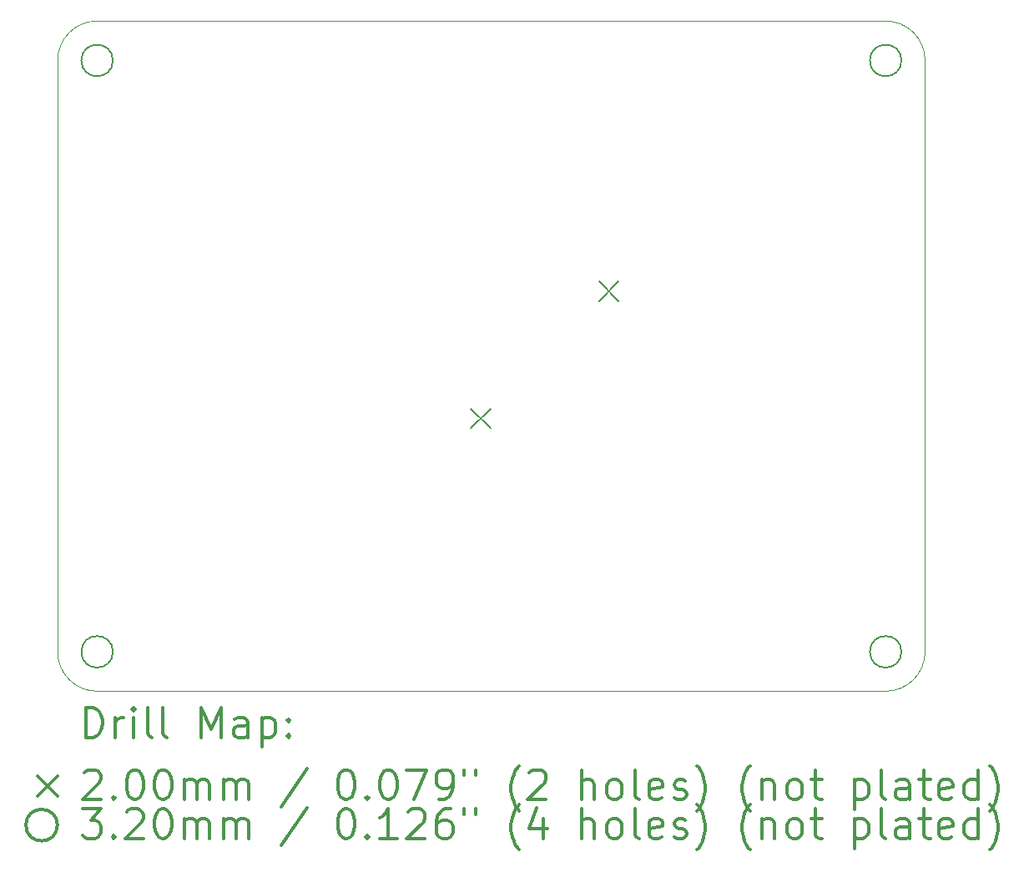
<source format=gbr>
%FSLAX45Y45*%
G04 Gerber Fmt 4.5, Leading zero omitted, Abs format (unit mm)*
G04 Created by KiCad (PCBNEW (5.1.5)-3) date 2021-10-17 14:29:16*
%MOMM*%
%LPD*%
G04 APERTURE LIST*
%TA.AperFunction,Profile*%
%ADD10C,0.050000*%
%TD*%
%ADD11C,0.200000*%
%ADD12C,0.300000*%
G04 APERTURE END LIST*
D10*
X18000000Y-9600000D02*
X10000000Y-9600000D01*
X18400000Y-16000000D02*
X18400000Y-10000000D01*
X9600000Y-10000000D02*
G75*
G02X10000000Y-9600000I400000J0D01*
G01*
X18000000Y-9600000D02*
G75*
G02X18400000Y-10000000I0J-400000D01*
G01*
X18400000Y-16000000D02*
G75*
G02X18000000Y-16400000I-400000J0D01*
G01*
X10000000Y-16400000D02*
G75*
G02X9600000Y-16000000I0J400000D01*
G01*
X10000000Y-16400000D02*
X18000000Y-16400000D01*
X9600000Y-10000000D02*
X9600000Y-16000000D01*
D11*
X13794000Y-13534000D02*
X13994000Y-13734000D01*
X13994000Y-13534000D02*
X13794000Y-13734000D01*
X15090000Y-12240000D02*
X15290000Y-12440000D01*
X15290000Y-12240000D02*
X15090000Y-12440000D01*
X10160000Y-10000000D02*
G75*
G03X10160000Y-10000000I-160000J0D01*
G01*
X10160000Y-16000000D02*
G75*
G03X10160000Y-16000000I-160000J0D01*
G01*
X18160000Y-10000000D02*
G75*
G03X18160000Y-10000000I-160000J0D01*
G01*
X18160000Y-16000000D02*
G75*
G03X18160000Y-16000000I-160000J0D01*
G01*
D12*
X9883928Y-16868214D02*
X9883928Y-16568214D01*
X9955357Y-16568214D01*
X9998214Y-16582500D01*
X10026786Y-16611071D01*
X10041071Y-16639643D01*
X10055357Y-16696786D01*
X10055357Y-16739643D01*
X10041071Y-16796786D01*
X10026786Y-16825357D01*
X9998214Y-16853929D01*
X9955357Y-16868214D01*
X9883928Y-16868214D01*
X10183928Y-16868214D02*
X10183928Y-16668214D01*
X10183928Y-16725357D02*
X10198214Y-16696786D01*
X10212500Y-16682500D01*
X10241071Y-16668214D01*
X10269643Y-16668214D01*
X10369643Y-16868214D02*
X10369643Y-16668214D01*
X10369643Y-16568214D02*
X10355357Y-16582500D01*
X10369643Y-16596786D01*
X10383928Y-16582500D01*
X10369643Y-16568214D01*
X10369643Y-16596786D01*
X10555357Y-16868214D02*
X10526786Y-16853929D01*
X10512500Y-16825357D01*
X10512500Y-16568214D01*
X10712500Y-16868214D02*
X10683928Y-16853929D01*
X10669643Y-16825357D01*
X10669643Y-16568214D01*
X11055357Y-16868214D02*
X11055357Y-16568214D01*
X11155357Y-16782500D01*
X11255357Y-16568214D01*
X11255357Y-16868214D01*
X11526786Y-16868214D02*
X11526786Y-16711071D01*
X11512500Y-16682500D01*
X11483928Y-16668214D01*
X11426786Y-16668214D01*
X11398214Y-16682500D01*
X11526786Y-16853929D02*
X11498214Y-16868214D01*
X11426786Y-16868214D01*
X11398214Y-16853929D01*
X11383928Y-16825357D01*
X11383928Y-16796786D01*
X11398214Y-16768214D01*
X11426786Y-16753929D01*
X11498214Y-16753929D01*
X11526786Y-16739643D01*
X11669643Y-16668214D02*
X11669643Y-16968214D01*
X11669643Y-16682500D02*
X11698214Y-16668214D01*
X11755357Y-16668214D01*
X11783928Y-16682500D01*
X11798214Y-16696786D01*
X11812500Y-16725357D01*
X11812500Y-16811072D01*
X11798214Y-16839643D01*
X11783928Y-16853929D01*
X11755357Y-16868214D01*
X11698214Y-16868214D01*
X11669643Y-16853929D01*
X11941071Y-16839643D02*
X11955357Y-16853929D01*
X11941071Y-16868214D01*
X11926786Y-16853929D01*
X11941071Y-16839643D01*
X11941071Y-16868214D01*
X11941071Y-16682500D02*
X11955357Y-16696786D01*
X11941071Y-16711071D01*
X11926786Y-16696786D01*
X11941071Y-16682500D01*
X11941071Y-16711071D01*
X9397500Y-17262500D02*
X9597500Y-17462500D01*
X9597500Y-17262500D02*
X9397500Y-17462500D01*
X9869643Y-17226786D02*
X9883928Y-17212500D01*
X9912500Y-17198214D01*
X9983928Y-17198214D01*
X10012500Y-17212500D01*
X10026786Y-17226786D01*
X10041071Y-17255357D01*
X10041071Y-17283929D01*
X10026786Y-17326786D01*
X9855357Y-17498214D01*
X10041071Y-17498214D01*
X10169643Y-17469643D02*
X10183928Y-17483929D01*
X10169643Y-17498214D01*
X10155357Y-17483929D01*
X10169643Y-17469643D01*
X10169643Y-17498214D01*
X10369643Y-17198214D02*
X10398214Y-17198214D01*
X10426786Y-17212500D01*
X10441071Y-17226786D01*
X10455357Y-17255357D01*
X10469643Y-17312500D01*
X10469643Y-17383929D01*
X10455357Y-17441072D01*
X10441071Y-17469643D01*
X10426786Y-17483929D01*
X10398214Y-17498214D01*
X10369643Y-17498214D01*
X10341071Y-17483929D01*
X10326786Y-17469643D01*
X10312500Y-17441072D01*
X10298214Y-17383929D01*
X10298214Y-17312500D01*
X10312500Y-17255357D01*
X10326786Y-17226786D01*
X10341071Y-17212500D01*
X10369643Y-17198214D01*
X10655357Y-17198214D02*
X10683928Y-17198214D01*
X10712500Y-17212500D01*
X10726786Y-17226786D01*
X10741071Y-17255357D01*
X10755357Y-17312500D01*
X10755357Y-17383929D01*
X10741071Y-17441072D01*
X10726786Y-17469643D01*
X10712500Y-17483929D01*
X10683928Y-17498214D01*
X10655357Y-17498214D01*
X10626786Y-17483929D01*
X10612500Y-17469643D01*
X10598214Y-17441072D01*
X10583928Y-17383929D01*
X10583928Y-17312500D01*
X10598214Y-17255357D01*
X10612500Y-17226786D01*
X10626786Y-17212500D01*
X10655357Y-17198214D01*
X10883928Y-17498214D02*
X10883928Y-17298214D01*
X10883928Y-17326786D02*
X10898214Y-17312500D01*
X10926786Y-17298214D01*
X10969643Y-17298214D01*
X10998214Y-17312500D01*
X11012500Y-17341072D01*
X11012500Y-17498214D01*
X11012500Y-17341072D02*
X11026786Y-17312500D01*
X11055357Y-17298214D01*
X11098214Y-17298214D01*
X11126786Y-17312500D01*
X11141071Y-17341072D01*
X11141071Y-17498214D01*
X11283928Y-17498214D02*
X11283928Y-17298214D01*
X11283928Y-17326786D02*
X11298214Y-17312500D01*
X11326786Y-17298214D01*
X11369643Y-17298214D01*
X11398214Y-17312500D01*
X11412500Y-17341072D01*
X11412500Y-17498214D01*
X11412500Y-17341072D02*
X11426786Y-17312500D01*
X11455357Y-17298214D01*
X11498214Y-17298214D01*
X11526786Y-17312500D01*
X11541071Y-17341072D01*
X11541071Y-17498214D01*
X12126786Y-17183929D02*
X11869643Y-17569643D01*
X12512500Y-17198214D02*
X12541071Y-17198214D01*
X12569643Y-17212500D01*
X12583928Y-17226786D01*
X12598214Y-17255357D01*
X12612500Y-17312500D01*
X12612500Y-17383929D01*
X12598214Y-17441072D01*
X12583928Y-17469643D01*
X12569643Y-17483929D01*
X12541071Y-17498214D01*
X12512500Y-17498214D01*
X12483928Y-17483929D01*
X12469643Y-17469643D01*
X12455357Y-17441072D01*
X12441071Y-17383929D01*
X12441071Y-17312500D01*
X12455357Y-17255357D01*
X12469643Y-17226786D01*
X12483928Y-17212500D01*
X12512500Y-17198214D01*
X12741071Y-17469643D02*
X12755357Y-17483929D01*
X12741071Y-17498214D01*
X12726786Y-17483929D01*
X12741071Y-17469643D01*
X12741071Y-17498214D01*
X12941071Y-17198214D02*
X12969643Y-17198214D01*
X12998214Y-17212500D01*
X13012500Y-17226786D01*
X13026786Y-17255357D01*
X13041071Y-17312500D01*
X13041071Y-17383929D01*
X13026786Y-17441072D01*
X13012500Y-17469643D01*
X12998214Y-17483929D01*
X12969643Y-17498214D01*
X12941071Y-17498214D01*
X12912500Y-17483929D01*
X12898214Y-17469643D01*
X12883928Y-17441072D01*
X12869643Y-17383929D01*
X12869643Y-17312500D01*
X12883928Y-17255357D01*
X12898214Y-17226786D01*
X12912500Y-17212500D01*
X12941071Y-17198214D01*
X13141071Y-17198214D02*
X13341071Y-17198214D01*
X13212500Y-17498214D01*
X13469643Y-17498214D02*
X13526786Y-17498214D01*
X13555357Y-17483929D01*
X13569643Y-17469643D01*
X13598214Y-17426786D01*
X13612500Y-17369643D01*
X13612500Y-17255357D01*
X13598214Y-17226786D01*
X13583928Y-17212500D01*
X13555357Y-17198214D01*
X13498214Y-17198214D01*
X13469643Y-17212500D01*
X13455357Y-17226786D01*
X13441071Y-17255357D01*
X13441071Y-17326786D01*
X13455357Y-17355357D01*
X13469643Y-17369643D01*
X13498214Y-17383929D01*
X13555357Y-17383929D01*
X13583928Y-17369643D01*
X13598214Y-17355357D01*
X13612500Y-17326786D01*
X13726786Y-17198214D02*
X13726786Y-17255357D01*
X13841071Y-17198214D02*
X13841071Y-17255357D01*
X14283928Y-17612500D02*
X14269643Y-17598214D01*
X14241071Y-17555357D01*
X14226786Y-17526786D01*
X14212500Y-17483929D01*
X14198214Y-17412500D01*
X14198214Y-17355357D01*
X14212500Y-17283929D01*
X14226786Y-17241072D01*
X14241071Y-17212500D01*
X14269643Y-17169643D01*
X14283928Y-17155357D01*
X14383928Y-17226786D02*
X14398214Y-17212500D01*
X14426786Y-17198214D01*
X14498214Y-17198214D01*
X14526786Y-17212500D01*
X14541071Y-17226786D01*
X14555357Y-17255357D01*
X14555357Y-17283929D01*
X14541071Y-17326786D01*
X14369643Y-17498214D01*
X14555357Y-17498214D01*
X14912500Y-17498214D02*
X14912500Y-17198214D01*
X15041071Y-17498214D02*
X15041071Y-17341072D01*
X15026786Y-17312500D01*
X14998214Y-17298214D01*
X14955357Y-17298214D01*
X14926786Y-17312500D01*
X14912500Y-17326786D01*
X15226786Y-17498214D02*
X15198214Y-17483929D01*
X15183928Y-17469643D01*
X15169643Y-17441072D01*
X15169643Y-17355357D01*
X15183928Y-17326786D01*
X15198214Y-17312500D01*
X15226786Y-17298214D01*
X15269643Y-17298214D01*
X15298214Y-17312500D01*
X15312500Y-17326786D01*
X15326786Y-17355357D01*
X15326786Y-17441072D01*
X15312500Y-17469643D01*
X15298214Y-17483929D01*
X15269643Y-17498214D01*
X15226786Y-17498214D01*
X15498214Y-17498214D02*
X15469643Y-17483929D01*
X15455357Y-17455357D01*
X15455357Y-17198214D01*
X15726786Y-17483929D02*
X15698214Y-17498214D01*
X15641071Y-17498214D01*
X15612500Y-17483929D01*
X15598214Y-17455357D01*
X15598214Y-17341072D01*
X15612500Y-17312500D01*
X15641071Y-17298214D01*
X15698214Y-17298214D01*
X15726786Y-17312500D01*
X15741071Y-17341072D01*
X15741071Y-17369643D01*
X15598214Y-17398214D01*
X15855357Y-17483929D02*
X15883928Y-17498214D01*
X15941071Y-17498214D01*
X15969643Y-17483929D01*
X15983928Y-17455357D01*
X15983928Y-17441072D01*
X15969643Y-17412500D01*
X15941071Y-17398214D01*
X15898214Y-17398214D01*
X15869643Y-17383929D01*
X15855357Y-17355357D01*
X15855357Y-17341072D01*
X15869643Y-17312500D01*
X15898214Y-17298214D01*
X15941071Y-17298214D01*
X15969643Y-17312500D01*
X16083928Y-17612500D02*
X16098214Y-17598214D01*
X16126786Y-17555357D01*
X16141071Y-17526786D01*
X16155357Y-17483929D01*
X16169643Y-17412500D01*
X16169643Y-17355357D01*
X16155357Y-17283929D01*
X16141071Y-17241072D01*
X16126786Y-17212500D01*
X16098214Y-17169643D01*
X16083928Y-17155357D01*
X16626786Y-17612500D02*
X16612500Y-17598214D01*
X16583928Y-17555357D01*
X16569643Y-17526786D01*
X16555357Y-17483929D01*
X16541071Y-17412500D01*
X16541071Y-17355357D01*
X16555357Y-17283929D01*
X16569643Y-17241072D01*
X16583928Y-17212500D01*
X16612500Y-17169643D01*
X16626786Y-17155357D01*
X16741071Y-17298214D02*
X16741071Y-17498214D01*
X16741071Y-17326786D02*
X16755357Y-17312500D01*
X16783928Y-17298214D01*
X16826786Y-17298214D01*
X16855357Y-17312500D01*
X16869643Y-17341072D01*
X16869643Y-17498214D01*
X17055357Y-17498214D02*
X17026786Y-17483929D01*
X17012500Y-17469643D01*
X16998214Y-17441072D01*
X16998214Y-17355357D01*
X17012500Y-17326786D01*
X17026786Y-17312500D01*
X17055357Y-17298214D01*
X17098214Y-17298214D01*
X17126786Y-17312500D01*
X17141071Y-17326786D01*
X17155357Y-17355357D01*
X17155357Y-17441072D01*
X17141071Y-17469643D01*
X17126786Y-17483929D01*
X17098214Y-17498214D01*
X17055357Y-17498214D01*
X17241071Y-17298214D02*
X17355357Y-17298214D01*
X17283928Y-17198214D02*
X17283928Y-17455357D01*
X17298214Y-17483929D01*
X17326786Y-17498214D01*
X17355357Y-17498214D01*
X17683928Y-17298214D02*
X17683928Y-17598214D01*
X17683928Y-17312500D02*
X17712500Y-17298214D01*
X17769643Y-17298214D01*
X17798214Y-17312500D01*
X17812500Y-17326786D01*
X17826786Y-17355357D01*
X17826786Y-17441072D01*
X17812500Y-17469643D01*
X17798214Y-17483929D01*
X17769643Y-17498214D01*
X17712500Y-17498214D01*
X17683928Y-17483929D01*
X17998214Y-17498214D02*
X17969643Y-17483929D01*
X17955357Y-17455357D01*
X17955357Y-17198214D01*
X18241071Y-17498214D02*
X18241071Y-17341072D01*
X18226786Y-17312500D01*
X18198214Y-17298214D01*
X18141071Y-17298214D01*
X18112500Y-17312500D01*
X18241071Y-17483929D02*
X18212500Y-17498214D01*
X18141071Y-17498214D01*
X18112500Y-17483929D01*
X18098214Y-17455357D01*
X18098214Y-17426786D01*
X18112500Y-17398214D01*
X18141071Y-17383929D01*
X18212500Y-17383929D01*
X18241071Y-17369643D01*
X18341071Y-17298214D02*
X18455357Y-17298214D01*
X18383928Y-17198214D02*
X18383928Y-17455357D01*
X18398214Y-17483929D01*
X18426786Y-17498214D01*
X18455357Y-17498214D01*
X18669643Y-17483929D02*
X18641071Y-17498214D01*
X18583928Y-17498214D01*
X18555357Y-17483929D01*
X18541071Y-17455357D01*
X18541071Y-17341072D01*
X18555357Y-17312500D01*
X18583928Y-17298214D01*
X18641071Y-17298214D01*
X18669643Y-17312500D01*
X18683928Y-17341072D01*
X18683928Y-17369643D01*
X18541071Y-17398214D01*
X18941071Y-17498214D02*
X18941071Y-17198214D01*
X18941071Y-17483929D02*
X18912500Y-17498214D01*
X18855357Y-17498214D01*
X18826786Y-17483929D01*
X18812500Y-17469643D01*
X18798214Y-17441072D01*
X18798214Y-17355357D01*
X18812500Y-17326786D01*
X18826786Y-17312500D01*
X18855357Y-17298214D01*
X18912500Y-17298214D01*
X18941071Y-17312500D01*
X19055357Y-17612500D02*
X19069643Y-17598214D01*
X19098214Y-17555357D01*
X19112500Y-17526786D01*
X19126786Y-17483929D01*
X19141071Y-17412500D01*
X19141071Y-17355357D01*
X19126786Y-17283929D01*
X19112500Y-17241072D01*
X19098214Y-17212500D01*
X19069643Y-17169643D01*
X19055357Y-17155357D01*
X9597500Y-17758500D02*
G75*
G03X9597500Y-17758500I-160000J0D01*
G01*
X9855357Y-17594214D02*
X10041071Y-17594214D01*
X9941071Y-17708500D01*
X9983928Y-17708500D01*
X10012500Y-17722786D01*
X10026786Y-17737072D01*
X10041071Y-17765643D01*
X10041071Y-17837072D01*
X10026786Y-17865643D01*
X10012500Y-17879929D01*
X9983928Y-17894214D01*
X9898214Y-17894214D01*
X9869643Y-17879929D01*
X9855357Y-17865643D01*
X10169643Y-17865643D02*
X10183928Y-17879929D01*
X10169643Y-17894214D01*
X10155357Y-17879929D01*
X10169643Y-17865643D01*
X10169643Y-17894214D01*
X10298214Y-17622786D02*
X10312500Y-17608500D01*
X10341071Y-17594214D01*
X10412500Y-17594214D01*
X10441071Y-17608500D01*
X10455357Y-17622786D01*
X10469643Y-17651357D01*
X10469643Y-17679929D01*
X10455357Y-17722786D01*
X10283928Y-17894214D01*
X10469643Y-17894214D01*
X10655357Y-17594214D02*
X10683928Y-17594214D01*
X10712500Y-17608500D01*
X10726786Y-17622786D01*
X10741071Y-17651357D01*
X10755357Y-17708500D01*
X10755357Y-17779929D01*
X10741071Y-17837072D01*
X10726786Y-17865643D01*
X10712500Y-17879929D01*
X10683928Y-17894214D01*
X10655357Y-17894214D01*
X10626786Y-17879929D01*
X10612500Y-17865643D01*
X10598214Y-17837072D01*
X10583928Y-17779929D01*
X10583928Y-17708500D01*
X10598214Y-17651357D01*
X10612500Y-17622786D01*
X10626786Y-17608500D01*
X10655357Y-17594214D01*
X10883928Y-17894214D02*
X10883928Y-17694214D01*
X10883928Y-17722786D02*
X10898214Y-17708500D01*
X10926786Y-17694214D01*
X10969643Y-17694214D01*
X10998214Y-17708500D01*
X11012500Y-17737072D01*
X11012500Y-17894214D01*
X11012500Y-17737072D02*
X11026786Y-17708500D01*
X11055357Y-17694214D01*
X11098214Y-17694214D01*
X11126786Y-17708500D01*
X11141071Y-17737072D01*
X11141071Y-17894214D01*
X11283928Y-17894214D02*
X11283928Y-17694214D01*
X11283928Y-17722786D02*
X11298214Y-17708500D01*
X11326786Y-17694214D01*
X11369643Y-17694214D01*
X11398214Y-17708500D01*
X11412500Y-17737072D01*
X11412500Y-17894214D01*
X11412500Y-17737072D02*
X11426786Y-17708500D01*
X11455357Y-17694214D01*
X11498214Y-17694214D01*
X11526786Y-17708500D01*
X11541071Y-17737072D01*
X11541071Y-17894214D01*
X12126786Y-17579929D02*
X11869643Y-17965643D01*
X12512500Y-17594214D02*
X12541071Y-17594214D01*
X12569643Y-17608500D01*
X12583928Y-17622786D01*
X12598214Y-17651357D01*
X12612500Y-17708500D01*
X12612500Y-17779929D01*
X12598214Y-17837072D01*
X12583928Y-17865643D01*
X12569643Y-17879929D01*
X12541071Y-17894214D01*
X12512500Y-17894214D01*
X12483928Y-17879929D01*
X12469643Y-17865643D01*
X12455357Y-17837072D01*
X12441071Y-17779929D01*
X12441071Y-17708500D01*
X12455357Y-17651357D01*
X12469643Y-17622786D01*
X12483928Y-17608500D01*
X12512500Y-17594214D01*
X12741071Y-17865643D02*
X12755357Y-17879929D01*
X12741071Y-17894214D01*
X12726786Y-17879929D01*
X12741071Y-17865643D01*
X12741071Y-17894214D01*
X13041071Y-17894214D02*
X12869643Y-17894214D01*
X12955357Y-17894214D02*
X12955357Y-17594214D01*
X12926786Y-17637072D01*
X12898214Y-17665643D01*
X12869643Y-17679929D01*
X13155357Y-17622786D02*
X13169643Y-17608500D01*
X13198214Y-17594214D01*
X13269643Y-17594214D01*
X13298214Y-17608500D01*
X13312500Y-17622786D01*
X13326786Y-17651357D01*
X13326786Y-17679929D01*
X13312500Y-17722786D01*
X13141071Y-17894214D01*
X13326786Y-17894214D01*
X13583928Y-17594214D02*
X13526786Y-17594214D01*
X13498214Y-17608500D01*
X13483928Y-17622786D01*
X13455357Y-17665643D01*
X13441071Y-17722786D01*
X13441071Y-17837072D01*
X13455357Y-17865643D01*
X13469643Y-17879929D01*
X13498214Y-17894214D01*
X13555357Y-17894214D01*
X13583928Y-17879929D01*
X13598214Y-17865643D01*
X13612500Y-17837072D01*
X13612500Y-17765643D01*
X13598214Y-17737072D01*
X13583928Y-17722786D01*
X13555357Y-17708500D01*
X13498214Y-17708500D01*
X13469643Y-17722786D01*
X13455357Y-17737072D01*
X13441071Y-17765643D01*
X13726786Y-17594214D02*
X13726786Y-17651357D01*
X13841071Y-17594214D02*
X13841071Y-17651357D01*
X14283928Y-18008500D02*
X14269643Y-17994214D01*
X14241071Y-17951357D01*
X14226786Y-17922786D01*
X14212500Y-17879929D01*
X14198214Y-17808500D01*
X14198214Y-17751357D01*
X14212500Y-17679929D01*
X14226786Y-17637072D01*
X14241071Y-17608500D01*
X14269643Y-17565643D01*
X14283928Y-17551357D01*
X14526786Y-17694214D02*
X14526786Y-17894214D01*
X14455357Y-17579929D02*
X14383928Y-17794214D01*
X14569643Y-17794214D01*
X14912500Y-17894214D02*
X14912500Y-17594214D01*
X15041071Y-17894214D02*
X15041071Y-17737072D01*
X15026786Y-17708500D01*
X14998214Y-17694214D01*
X14955357Y-17694214D01*
X14926786Y-17708500D01*
X14912500Y-17722786D01*
X15226786Y-17894214D02*
X15198214Y-17879929D01*
X15183928Y-17865643D01*
X15169643Y-17837072D01*
X15169643Y-17751357D01*
X15183928Y-17722786D01*
X15198214Y-17708500D01*
X15226786Y-17694214D01*
X15269643Y-17694214D01*
X15298214Y-17708500D01*
X15312500Y-17722786D01*
X15326786Y-17751357D01*
X15326786Y-17837072D01*
X15312500Y-17865643D01*
X15298214Y-17879929D01*
X15269643Y-17894214D01*
X15226786Y-17894214D01*
X15498214Y-17894214D02*
X15469643Y-17879929D01*
X15455357Y-17851357D01*
X15455357Y-17594214D01*
X15726786Y-17879929D02*
X15698214Y-17894214D01*
X15641071Y-17894214D01*
X15612500Y-17879929D01*
X15598214Y-17851357D01*
X15598214Y-17737072D01*
X15612500Y-17708500D01*
X15641071Y-17694214D01*
X15698214Y-17694214D01*
X15726786Y-17708500D01*
X15741071Y-17737072D01*
X15741071Y-17765643D01*
X15598214Y-17794214D01*
X15855357Y-17879929D02*
X15883928Y-17894214D01*
X15941071Y-17894214D01*
X15969643Y-17879929D01*
X15983928Y-17851357D01*
X15983928Y-17837072D01*
X15969643Y-17808500D01*
X15941071Y-17794214D01*
X15898214Y-17794214D01*
X15869643Y-17779929D01*
X15855357Y-17751357D01*
X15855357Y-17737072D01*
X15869643Y-17708500D01*
X15898214Y-17694214D01*
X15941071Y-17694214D01*
X15969643Y-17708500D01*
X16083928Y-18008500D02*
X16098214Y-17994214D01*
X16126786Y-17951357D01*
X16141071Y-17922786D01*
X16155357Y-17879929D01*
X16169643Y-17808500D01*
X16169643Y-17751357D01*
X16155357Y-17679929D01*
X16141071Y-17637072D01*
X16126786Y-17608500D01*
X16098214Y-17565643D01*
X16083928Y-17551357D01*
X16626786Y-18008500D02*
X16612500Y-17994214D01*
X16583928Y-17951357D01*
X16569643Y-17922786D01*
X16555357Y-17879929D01*
X16541071Y-17808500D01*
X16541071Y-17751357D01*
X16555357Y-17679929D01*
X16569643Y-17637072D01*
X16583928Y-17608500D01*
X16612500Y-17565643D01*
X16626786Y-17551357D01*
X16741071Y-17694214D02*
X16741071Y-17894214D01*
X16741071Y-17722786D02*
X16755357Y-17708500D01*
X16783928Y-17694214D01*
X16826786Y-17694214D01*
X16855357Y-17708500D01*
X16869643Y-17737072D01*
X16869643Y-17894214D01*
X17055357Y-17894214D02*
X17026786Y-17879929D01*
X17012500Y-17865643D01*
X16998214Y-17837072D01*
X16998214Y-17751357D01*
X17012500Y-17722786D01*
X17026786Y-17708500D01*
X17055357Y-17694214D01*
X17098214Y-17694214D01*
X17126786Y-17708500D01*
X17141071Y-17722786D01*
X17155357Y-17751357D01*
X17155357Y-17837072D01*
X17141071Y-17865643D01*
X17126786Y-17879929D01*
X17098214Y-17894214D01*
X17055357Y-17894214D01*
X17241071Y-17694214D02*
X17355357Y-17694214D01*
X17283928Y-17594214D02*
X17283928Y-17851357D01*
X17298214Y-17879929D01*
X17326786Y-17894214D01*
X17355357Y-17894214D01*
X17683928Y-17694214D02*
X17683928Y-17994214D01*
X17683928Y-17708500D02*
X17712500Y-17694214D01*
X17769643Y-17694214D01*
X17798214Y-17708500D01*
X17812500Y-17722786D01*
X17826786Y-17751357D01*
X17826786Y-17837072D01*
X17812500Y-17865643D01*
X17798214Y-17879929D01*
X17769643Y-17894214D01*
X17712500Y-17894214D01*
X17683928Y-17879929D01*
X17998214Y-17894214D02*
X17969643Y-17879929D01*
X17955357Y-17851357D01*
X17955357Y-17594214D01*
X18241071Y-17894214D02*
X18241071Y-17737072D01*
X18226786Y-17708500D01*
X18198214Y-17694214D01*
X18141071Y-17694214D01*
X18112500Y-17708500D01*
X18241071Y-17879929D02*
X18212500Y-17894214D01*
X18141071Y-17894214D01*
X18112500Y-17879929D01*
X18098214Y-17851357D01*
X18098214Y-17822786D01*
X18112500Y-17794214D01*
X18141071Y-17779929D01*
X18212500Y-17779929D01*
X18241071Y-17765643D01*
X18341071Y-17694214D02*
X18455357Y-17694214D01*
X18383928Y-17594214D02*
X18383928Y-17851357D01*
X18398214Y-17879929D01*
X18426786Y-17894214D01*
X18455357Y-17894214D01*
X18669643Y-17879929D02*
X18641071Y-17894214D01*
X18583928Y-17894214D01*
X18555357Y-17879929D01*
X18541071Y-17851357D01*
X18541071Y-17737072D01*
X18555357Y-17708500D01*
X18583928Y-17694214D01*
X18641071Y-17694214D01*
X18669643Y-17708500D01*
X18683928Y-17737072D01*
X18683928Y-17765643D01*
X18541071Y-17794214D01*
X18941071Y-17894214D02*
X18941071Y-17594214D01*
X18941071Y-17879929D02*
X18912500Y-17894214D01*
X18855357Y-17894214D01*
X18826786Y-17879929D01*
X18812500Y-17865643D01*
X18798214Y-17837072D01*
X18798214Y-17751357D01*
X18812500Y-17722786D01*
X18826786Y-17708500D01*
X18855357Y-17694214D01*
X18912500Y-17694214D01*
X18941071Y-17708500D01*
X19055357Y-18008500D02*
X19069643Y-17994214D01*
X19098214Y-17951357D01*
X19112500Y-17922786D01*
X19126786Y-17879929D01*
X19141071Y-17808500D01*
X19141071Y-17751357D01*
X19126786Y-17679929D01*
X19112500Y-17637072D01*
X19098214Y-17608500D01*
X19069643Y-17565643D01*
X19055357Y-17551357D01*
M02*

</source>
